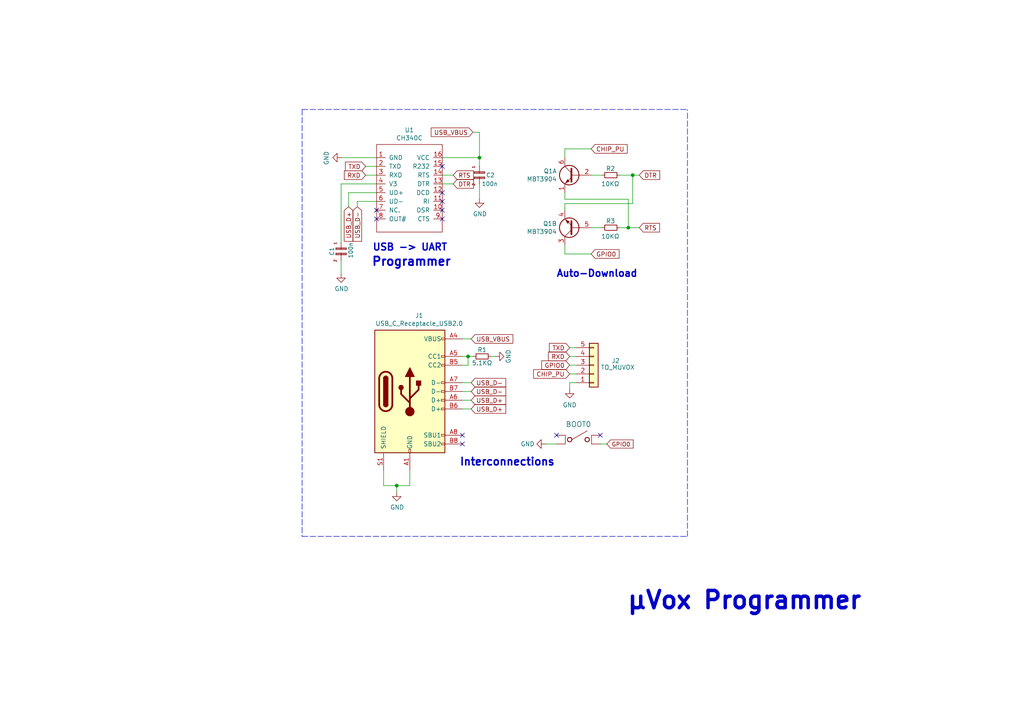
<source format=kicad_sch>
(kicad_sch (version 20211123) (generator eeschema)
  (paper "A4")
  (lib_symbols
    (symbol "Connector:USB_C_Receptacle_USB2.0" (pin_names (offset 1.016))
      (property "Reference" "J" (at -10.16 19.05 0))
      (property "Value" "USB_C_Receptacle_USB2.0" (at 19.05 19.05 0))
      (symbol "USB_C_Receptacle_USB2.0_0_0"
        (rectangle (start -0.254 -17.78) (end 0.254 -16.764))
        (rectangle (start 10.16 -14.986) (end 9.144 -15.494))
        (rectangle (start 10.16 -12.446) (end 9.144 -12.954))
        (rectangle (start 10.16 -4.826) (end 9.144 -5.334))
        (rectangle (start 10.16 -2.286) (end 9.144 -2.794))
        (rectangle (start 10.16 0.254) (end 9.144 -0.254))
        (rectangle (start 10.16 2.794) (end 9.144 2.286))
        (rectangle (start 10.16 7.874) (end 9.144 7.366))
        (rectangle (start 10.16 10.414) (end 9.144 9.906))
        (rectangle (start 10.16 15.494) (end 9.144 14.986))
      )
      (symbol "USB_C_Receptacle_USB2.0_0_1"
        (rectangle (start -10.16 17.78) (end 10.16 -17.78) (stroke (width 0.254)) (fill (type background)))
        (arc (start -8.89 -3.81) (mid -6.985 -5.715) (end -5.08 -3.81) (stroke (width 0.508)))
        (arc (start -7.62 -3.81) (mid -6.985 -4.445) (end -6.35 -3.81) (stroke (width 0.254)))
        (arc (start -7.62 -3.81) (mid -6.985 -4.445) (end -6.35 -3.81) (stroke (width 0.254)) (fill (type outline)))
        (rectangle (start -7.62 -3.81) (end -6.35 3.81) (stroke (width 0.254)) (fill (type outline)))
        (arc (start -6.35 3.81) (mid -6.985 4.445) (end -7.62 3.81) (stroke (width 0.254)))
        (arc (start -6.35 3.81) (mid -6.985 4.445) (end -7.62 3.81) (stroke (width 0.254)) (fill (type outline)))
        (arc (start -5.08 3.81) (mid -6.985 5.715) (end -8.89 3.81) (stroke (width 0.508)))
        (circle (center -2.54 1.143) (radius 0.635) (stroke (width 0.254)) (fill (type outline)))
        (circle (center 0 -5.842) (radius 1.27) (fill (type outline)))
        (polyline (pts (xy -8.89 -3.81) (xy -8.89 3.81)) (stroke (width 0.508)))
        (polyline (pts (xy -5.08 3.81) (xy -5.08 -3.81)) (stroke (width 0.508)))
        (polyline (pts (xy 0 -5.842) (xy 0 4.318)) (stroke (width 0.508)))
        (polyline (pts (xy 0 -3.302) (xy -2.54 -0.762) (xy -2.54 0.508)) (stroke (width 0.508)))
        (polyline (pts (xy 0 -2.032) (xy 2.54 0.508) (xy 2.54 1.778)) (stroke (width 0.508)))
        (polyline (pts (xy -1.27 4.318) (xy 0 6.858) (xy 1.27 4.318) (xy -1.27 4.318)) (stroke (width 0.254)) (fill (type outline)))
        (rectangle (start 1.905 1.778) (end 3.175 3.048) (stroke (width 0.254)) (fill (type outline)))
      )
      (symbol "USB_C_Receptacle_USB2.0_1_1"
        (pin passive line (at 0 -22.86 90) (length 5.08) (name "GND") (number "A1"))
        (pin passive line (at 0 -22.86 90) (length 5.08) hide (name "GND") (number "A12"))
        (pin passive line (at 15.24 15.24 180) (length 5.08) (name "VBUS") (number "A4"))
        (pin bidirectional line (at 15.24 10.16 180) (length 5.08) (name "CC1") (number "A5"))
        (pin bidirectional line (at 15.24 -2.54 180) (length 5.08) (name "D+") (number "A6"))
        (pin bidirectional line (at 15.24 2.54 180) (length 5.08) (name "D-") (number "A7"))
        (pin bidirectional line (at 15.24 -12.7 180) (length 5.08) (name "SBU1") (number "A8"))
        (pin passive line (at 15.24 15.24 180) (length 5.08) hide (name "VBUS") (number "A9"))
        (pin passive line (at 0 -22.86 90) (length 5.08) hide (name "GND") (number "B1"))
        (pin passive line (at 0 -22.86 90) (length 5.08) hide (name "GND") (number "B12"))
        (pin passive line (at 15.24 15.24 180) (length 5.08) hide (name "VBUS") (number "B4"))
        (pin bidirectional line (at 15.24 7.62 180) (length 5.08) (name "CC2") (number "B5"))
        (pin bidirectional line (at 15.24 -5.08 180) (length 5.08) (name "D+") (number "B6"))
        (pin bidirectional line (at 15.24 0 180) (length 5.08) (name "D-") (number "B7"))
        (pin bidirectional line (at 15.24 -15.24 180) (length 5.08) (name "SBU2") (number "B8"))
        (pin passive line (at 15.24 15.24 180) (length 5.08) hide (name "VBUS") (number "B9"))
        (pin passive line (at -7.62 -22.86 90) (length 5.08) (name "SHIELD") (number "S1"))
      )
    )
    (symbol "Connector_Generic:Conn_01x05" (pin_names (offset 1.016) hide)
      (property "Reference" "J" (at 0 7.62 0))
      (property "Value" "Conn_01x05" (at 0 -7.62 0))
      (symbol "Conn_01x05_1_1"
        (rectangle (start -1.27 -4.953) (end 0 -5.207) (stroke (width 0.1524)))
        (rectangle (start -1.27 -2.413) (end 0 -2.667) (stroke (width 0.1524)))
        (rectangle (start -1.27 0.127) (end 0 -0.127) (stroke (width 0.1524)))
        (rectangle (start -1.27 2.667) (end 0 2.413) (stroke (width 0.1524)))
        (rectangle (start -1.27 5.207) (end 0 4.953) (stroke (width 0.1524)))
        (rectangle (start -1.27 6.35) (end 1.27 -6.35) (stroke (width 0.254)) (fill (type background)))
        (pin passive line (at -5.08 5.08 0) (length 3.81) (name "Pin_1") (number "1"))
        (pin passive line (at -5.08 2.54 0) (length 3.81) (name "Pin_2") (number "2"))
        (pin passive line (at -5.08 0 0) (length 3.81) (name "Pin_3") (number "3"))
        (pin passive line (at -5.08 -2.54 0) (length 3.81) (name "Pin_4") (number "4"))
        (pin passive line (at -5.08 -5.08 0) (length 3.81) (name "Pin_5") (number "5"))
      )
    )
    (symbol "Device:R_Small" (pin_numbers hide) (pin_names (offset 0.254) hide)
      (property "Reference" "R" (at 0.762 0.508 0))
      (property "Value" "R_Small" (at 0.762 -1.016 0))
      (symbol "R_Small_0_1"
        (rectangle (start -0.762 1.778) (end 0.762 -1.778) (stroke (width 0.2032)))
      )
      (symbol "R_Small_1_1"
        (pin passive line (at 0 2.54 270) (length 0.762) (name "~") (number "1"))
        (pin passive line (at 0 -2.54 90) (length 0.762) (name "~") (number "2"))
      )
    )
    (symbol "MOUSAIV1.0-rescue:CAP_SMD_0603-PdB_PCB-eagle-import" (pin_names (offset 1.016))
      (property "Reference" "C" (at -5.08 3.175 0))
      (property "Value" "CAP_SMD_0603-PdB_PCB-eagle-import" (at -7.2898 -4.064 0))
      (symbol "CAP_SMD_0603-PdB_PCB-eagle-import_1_0"
        (polyline (pts (xy -2.54 0) (xy -0.508 0)))
        (polyline (pts (xy -1.016 -1.524) (xy -0.762 -1.524)))
        (polyline (pts (xy -1.016 1.524) (xy -1.016 -1.524)))
        (polyline (pts (xy -0.762 -1.524) (xy -0.762 1.524)))
        (polyline (pts (xy -0.762 -1.524) (xy -0.508 -1.524)))
        (polyline (pts (xy -0.762 1.524) (xy -1.016 1.524)))
        (polyline (pts (xy -0.508 1.524) (xy -0.762 1.524)))
        (polyline (pts (xy -0.508 1.524) (xy -0.508 -1.524)))
        (polyline (pts (xy 0.508 -1.524) (xy 0.762 -1.524)))
        (polyline (pts (xy 0.508 0) (xy 0.508 -1.524)))
        (polyline (pts (xy 0.508 1.524) (xy 0.508 0)))
        (polyline (pts (xy 0.762 -1.524) (xy 1.016 -1.524)))
        (polyline (pts (xy 0.762 1.524) (xy 0.508 1.524)))
        (polyline (pts (xy 0.762 1.524) (xy 0.762 -1.524)))
        (polyline (pts (xy 1.016 -1.524) (xy 1.016 1.524)))
        (polyline (pts (xy 1.016 1.524) (xy 0.762 1.524)))
        (polyline (pts (xy 2.54 0) (xy 0.508 0)))
        (text "1" (at -2.794 -1.27 0) (effects (font (size 0.7112 0.7112)) (justify left bottom)))
        (text "2" (at 2.286 -1.27 0) (effects (font (size 0.7112 0.7112)) (justify left bottom)))
        (pin passive line (at -2.54 0 0) (length 0) (name "1") (number "1"))
        (pin passive line (at 2.54 0 180) (length 0) (name "2") (number "2"))
      )
    )
    (symbol "MOUSAIV1.0-rescue:CH340C-PdB_PCB-eagle-import" (pin_names (offset 1.016))
      (property "Reference" "U" (at 0 12.7 0))
      (property "Value" "CH340C-PdB_PCB-eagle-import" (at 0 10.16 0))
      (symbol "CH340C-PdB_PCB-eagle-import_0_1"
        (rectangle (start -10.16 8.89) (end 8.89 -16.51))
      )
      (symbol "CH340C-PdB_PCB-eagle-import_1_1"
        (pin passive line (at -10.16 5.08 0) (length 2.54) (name "GND") (number "1"))
        (pin bidirectional line (at 8.89 -10.16 180) (length 2.54) (name "DSR") (number "10"))
        (pin bidirectional line (at 8.89 -7.62 180) (length 2.54) (name "RI") (number "11"))
        (pin bidirectional line (at 8.89 -5.08 180) (length 2.54) (name "DCD") (number "12"))
        (pin bidirectional line (at 8.89 -2.54 180) (length 2.54) (name "DTR") (number "13"))
        (pin bidirectional line (at 8.89 0 180) (length 2.54) (name "RTS") (number "14"))
        (pin bidirectional line (at 8.89 2.54 180) (length 2.54) (name "R232") (number "15"))
        (pin power_in line (at 8.89 5.08 180) (length 2.54) (name "VCC") (number "16"))
        (pin output line (at -10.16 2.54 0) (length 2.54) (name "TXD") (number "2"))
        (pin input line (at -10.16 0 0) (length 2.54) (name "RXD") (number "3"))
        (pin passive line (at -10.16 -2.54 0) (length 2.54) (name "V3") (number "4"))
        (pin bidirectional line (at -10.16 -5.08 0) (length 2.54) (name "UD+") (number "5"))
        (pin bidirectional line (at -10.16 -7.62 0) (length 2.54) (name "UD-") (number "6"))
        (pin no_connect line (at -10.16 -10.16 0) (length 2.54) (name "NC.") (number "7"))
        (pin output line (at -10.16 -12.7 0) (length 2.54) (name "OUT#") (number "8"))
        (pin bidirectional line (at 8.89 -12.7 180) (length 2.54) (name "CTS") (number "9"))
      )
    )
    (symbol "MOUSAIV1.0-rescue:SMD_SWITCH-PdB_PCB-eagle-import" (pin_names (offset 1.016))
      (property "Reference" "SW" (at -10.16 7.62 0))
      (symbol "SMD_SWITCH-PdB_PCB-eagle-import_1_0"
        (circle (center -8.89 3.81) (radius 0.635) (stroke (width 0.254)))
        (circle (center -3.81 3.81) (radius 0.635) (stroke (width 0.254)))
        (polyline (pts (xy -10.16 2.54) (xy -10.16 5.08)))
        (polyline (pts (xy -8.255 3.81) (xy -3.81 6.35)))
        (polyline (pts (xy -2.54 2.54) (xy -2.54 5.08)))
        (pin bidirectional line (at -12.7 5.08 0) (length 2.54) (name "1") (number "1"))
        (pin bidirectional line (at -12.7 2.54 0) (length 2.54) (name "2") (number "2"))
        (pin bidirectional line (at 0 2.54 180) (length 2.54) (name "3") (number "3"))
        (pin bidirectional line (at 0 5.08 180) (length 2.54) (name "4") (number "4"))
      )
    )
    (symbol "Transistor_BJT:MBT3904DW1" (pin_names (offset 0) hide)
      (property "Reference" "Q" (at 5.08 1.27 0))
      (property "Value" "MBT3904DW1" (at 5.08 -1.27 0))
      (symbol "MBT3904DW1_0_1"
        (polyline (pts (xy 0.635 0) (xy -2.54 0)))
        (polyline (pts (xy 0.635 0.635) (xy 2.54 2.54)))
        (polyline (pts (xy 0.635 -0.635) (xy 2.54 -2.54) (xy 2.54 -2.54)))
        (polyline (pts (xy 0.635 1.905) (xy 0.635 -1.905) (xy 0.635 -1.905)) (stroke (width 0.508)))
        (polyline (pts (xy 1.27 -1.778) (xy 1.778 -1.27) (xy 2.286 -2.286) (xy 1.27 -1.778) (xy 1.27 -1.778)) (fill (type outline)))
        (circle (center 1.27 0) (radius 2.8194) (stroke (width 0.254)))
      )
      (symbol "MBT3904DW1_1_1"
        (pin passive line (at 2.54 -5.08 90) (length 2.54) (name "E1") (number "1"))
        (pin input line (at -5.08 0 0) (length 2.54) (name "B1") (number "2"))
        (pin passive line (at 2.54 5.08 270) (length 2.54) (name "C1") (number "6"))
      )
      (symbol "MBT3904DW1_2_1"
        (pin passive line (at 2.54 5.08 270) (length 2.54) (name "C2") (number "3"))
        (pin passive line (at 2.54 -5.08 90) (length 2.54) (name "E2") (number "4"))
        (pin input line (at -5.08 0 0) (length 2.54) (name "B2") (number "5"))
      )
    )
    (symbol "power:GND" (power) (pin_names (offset 0))
      (property "Value" "GND" (at 0 -3.81 0))
      (symbol "GND_0_1"
        (polyline (pts (xy 0 0) (xy 0 -1.27) (xy 1.27 -1.27) (xy 0 -2.54) (xy -1.27 -1.27) (xy 0 -1.27)))
      )
      (symbol "GND_1_1"
        (pin power_in line (at 0 0 270) (length 0) hide (name "GND") (number "1"))
      )
    )
  )
  (junction (at 135.763 103.378))
  (junction (at 182.245 66.04))
  (junction (at 115.062 140.843))
  (junction (at 183.515 50.8))
  (junction (at 139.065 45.72))
  (no_connect (at 128.27 58.42))
  (no_connect (at 128.27 48.26))
  (no_connect (at 109.22 63.5))
  (no_connect (at 109.22 60.96))
  (no_connect (at 134.112 128.778))
  (no_connect (at 134.112 126.238))
  (no_connect (at 128.27 60.96))
  (no_connect (at 174.117 126.238))
  (no_connect (at 128.27 55.88))
  (no_connect (at 161.417 126.238))
  (no_connect (at 128.27 63.5))
  (wire (pts (xy 163.83 43.18) (xy 171.45 43.18)))
  (wire (pts (xy 135.763 103.378) (xy 137.287 103.378)))
  (wire (pts (xy 163.83 55.88) (xy 163.83 57.785)))
  (wire (pts (xy 118.872 140.843) (xy 118.872 136.398)))
  (wire (pts (xy 98.933 53.34) (xy 98.933 70.358)))
  (wire (pts (xy 101.092 55.88) (xy 109.22 55.88)))
  (wire (pts (xy 111.252 140.843) (xy 115.062 140.843)))
  (wire (pts (xy 101.092 55.88) (xy 101.092 59.944)))
  (wire (pts (xy 99.06 45.72) (xy 109.22 45.72)))
  (wire (pts (xy 98.933 75.438) (xy 98.933 79.375)))
  (wire (pts (xy 115.062 140.843) (xy 115.062 142.748)))
  (wire (pts (xy 182.245 66.04) (xy 179.705 66.04)))
  (wire (pts (xy 134.112 105.918) (xy 135.763 105.918)))
  (polyline (pts (xy 87.63 155.575) (xy 199.39 155.575)))
  (wire (pts (xy 134.112 110.998) (xy 136.652 110.998)))
  (wire (pts (xy 163.83 71.12) (xy 163.83 73.66)))
  (wire (pts (xy 183.515 50.8) (xy 185.42 50.8)))
  (wire (pts (xy 165.227 100.838) (xy 167.132 100.838)))
  (wire (pts (xy 163.83 60.96) (xy 163.83 59.055)))
  (wire (pts (xy 165.227 105.918) (xy 167.132 105.918)))
  (wire (pts (xy 115.062 140.843) (xy 118.872 140.843)))
  (wire (pts (xy 128.27 53.34) (xy 131.445 53.34)))
  (wire (pts (xy 183.515 59.055) (xy 183.515 50.8)))
  (wire (pts (xy 174.117 128.778) (xy 176.022 128.778)))
  (wire (pts (xy 109.22 50.8) (xy 106.045 50.8)))
  (wire (pts (xy 134.112 98.298) (xy 136.652 98.298)))
  (wire (pts (xy 139.065 45.72) (xy 128.27 45.72)))
  (wire (pts (xy 139.065 38.354) (xy 139.065 45.72)))
  (wire (pts (xy 98.933 53.34) (xy 109.22 53.34)))
  (wire (pts (xy 103.632 58.42) (xy 109.22 58.42)))
  (wire (pts (xy 163.83 59.055) (xy 183.515 59.055)))
  (wire (pts (xy 174.625 66.04) (xy 171.45 66.04)))
  (wire (pts (xy 165.227 103.378) (xy 167.132 103.378)))
  (wire (pts (xy 182.245 66.04) (xy 185.42 66.04)))
  (wire (pts (xy 165.227 108.458) (xy 167.132 108.458)))
  (wire (pts (xy 163.83 45.72) (xy 163.83 43.18)))
  (polyline (pts (xy 87.63 31.75) (xy 87.63 155.575)))
  (wire (pts (xy 158.242 128.778) (xy 161.417 128.778)))
  (wire (pts (xy 134.112 113.538) (xy 136.652 113.538)))
  (wire (pts (xy 182.245 57.785) (xy 182.245 66.04)))
  (wire (pts (xy 134.112 116.078) (xy 136.652 116.078)))
  (wire (pts (xy 128.27 50.8) (xy 131.445 50.8)))
  (wire (pts (xy 167.132 110.998) (xy 165.227 110.998)))
  (wire (pts (xy 183.515 50.8) (xy 179.705 50.8)))
  (wire (pts (xy 142.367 103.378) (xy 143.637 103.378)))
  (wire (pts (xy 137.16 38.354) (xy 139.065 38.354)))
  (wire (pts (xy 109.22 48.26) (xy 106.045 48.26)))
  (wire (pts (xy 139.065 45.72) (xy 139.065 48.26)))
  (wire (pts (xy 171.45 50.8) (xy 174.625 50.8)))
  (wire (pts (xy 139.065 53.34) (xy 139.065 57.658)))
  (wire (pts (xy 165.227 110.998) (xy 165.227 112.903)))
  (polyline (pts (xy 87.63 31.75) (xy 199.39 31.75)))
  (wire (pts (xy 103.632 58.42) (xy 103.632 59.944)))
  (wire (pts (xy 163.83 73.66) (xy 171.45 73.66)))
  (wire (pts (xy 134.112 118.618) (xy 136.652 118.618)))
  (wire (pts (xy 163.83 57.785) (xy 182.245 57.785)))
  (wire (pts (xy 135.763 105.918) (xy 135.763 103.378)))
  (polyline (pts (xy 199.39 155.575) (xy 199.39 31.75)))
  (wire (pts (xy 111.252 136.398) (xy 111.252 140.843)))
  (wire (pts (xy 134.112 103.378) (xy 135.763 103.378)))
  (text "Interconnections" (at 133.223 135.382 0) (effects (font (size 2.2 2.2) (thickness 0.44) bold) (justify left bottom)))
  (text "USB -> UART\n" (at 107.95 73.025 0) (effects (font (size 2.0066 2.0066) (thickness 0.4013) bold) (justify left bottom)))
  (text "µVox Programmer" (at 181.61 177.165 0) (effects (font (size 5 5) (thickness 1) bold) (justify left bottom)))
  (text "Auto-Download" (at 161.29 80.645 0) (effects (font (size 2.0066 2.0066) (thickness 0.4013) bold) (justify left bottom)))
  (text "Programmer" (at 107.696 77.47 0) (effects (font (size 2.4892 2.4892) (thickness 0.4978) bold) (justify left bottom)))
  (global_label "GPIO0" (shape input) (at 165.227 105.918 180) (property "Intersheet References" "${INTERSHEET_REFS}" (effects hide)))
  (global_label "USB_D+" (shape input) (at 136.652 118.618 0) (property "Intersheet References" "${INTERSHEET_REFS}" (effects hide)))
  (global_label "DTR" (shape input) (at 185.42 50.8 0) (property "Intersheet References" "${INTERSHEET_REFS}" (effects hide)))
  (global_label "GPIO0" (shape input) (at 176.022 128.778 0) (effects (font (size 1.1938 1.1938))) (property "Intersheet References" "${INTERSHEET_REFS}" (effects hide)))
  (global_label "RXD" (shape input) (at 106.045 50.8 180) (property "Intersheet References" "${INTERSHEET_REFS}" (effects hide)))
  (global_label "RTS" (shape input) (at 131.445 50.8 0) (property "Intersheet References" "${INTERSHEET_REFS}" (effects hide)))
  (global_label "USB_D-" (shape input) (at 136.652 113.538 0) (property "Intersheet References" "${INTERSHEET_REFS}" (effects hide)))
  (global_label "DTR" (shape input) (at 131.445 53.34 0) (property "Intersheet References" "${INTERSHEET_REFS}" (effects hide)))
  (global_label "TXD" (shape input) (at 106.045 48.26 180) (property "Intersheet References" "${INTERSHEET_REFS}" (effects hide)))
  (global_label "USB_D+" (shape input) (at 136.652 116.078 0) (property "Intersheet References" "${INTERSHEET_REFS}" (effects hide)))
  (global_label "CHIP_PU" (shape input) (at 165.227 108.458 180) (property "Intersheet References" "${INTERSHEET_REFS}" (effects hide)))
  (global_label "USB_VBUS" (shape input) (at 136.652 98.298 0) (property "Intersheet References" "${INTERSHEET_REFS}" (effects hide)))
  (global_label "RTS" (shape input) (at 185.42 66.04 0) (property "Intersheet References" "${INTERSHEET_REFS}" (effects hide)))
  (global_label "TXD" (shape input) (at 165.227 100.838 180) (property "Intersheet References" "${INTERSHEET_REFS}" (effects hide)))
  (global_label "RXD" (shape input) (at 165.227 103.378 180) (property "Intersheet References" "${INTERSHEET_REFS}" (effects hide)))
  (global_label "USB_D+" (shape input) (at 101.092 59.944 270) (property "Intersheet References" "${INTERSHEET_REFS}" (effects hide)))
  (global_label "GPIO0" (shape input) (at 171.45 73.66 0) (property "Intersheet References" "${INTERSHEET_REFS}" (effects hide)))
  (global_label "USB_D-" (shape input) (at 136.652 110.998 0) (property "Intersheet References" "${INTERSHEET_REFS}" (effects hide)))
  (global_label "CHIP_PU" (shape input) (at 171.45 43.18 0) (property "Intersheet References" "${INTERSHEET_REFS}" (effects hide)))
  (global_label "USB_D-" (shape input) (at 103.632 59.944 270) (property "Intersheet References" "${INTERSHEET_REFS}" (effects hide)))
  (global_label "USB_VBUS" (shape input) (at 137.16 38.354 180) (property "Intersheet References" "${INTERSHEET_REFS}" (effects hide)))
  (symbol (lib_id "Transistor_BJT:MBT3904DW1") (at 166.37 50.8 0) (mirror y) (unit 1)
    (property "Reference" "Q1" (at 161.5186 49.6316 0) (effects (justify left)))
    (property "Value" "MBT3904" (at 161.5186 51.943 0) (effects (justify left)))
    (property "Footprint" "Package_TO_SOT_SMD:SOT-363_SC-70-6" (effects hide))
    (property "Datasheet" "http://www.onsemi.com/pub_link/Collateral/MBT3904DW1T1-D.PDF" (effects hide))
  )
  (symbol (lib_id "power:GND") (at 98.933 79.375 0) (unit 1)
    (property "Reference" "#PWR0101" (effects hide))
    (property "Value" "GND" (at 99.06 83.7692 0))
  )
  (symbol (lib_id "power:GND") (at 143.637 103.378 90) (unit 1)
    (property "Reference" "#PWR0103" (effects hide))
    (property "Value" "GND" (at 147.447 103.378 0))
  )
  (symbol (lib_id "Device:R_Small") (at 177.165 50.8 90) (unit 1)
    (property "Reference" "R2" (at 178.435 48.895 90) (effects (justify left)))
    (property "Value" "10KΩ" (at 179.705 53.34 90) (effects (justify left)))
    (property "Footprint" "Resistor_SMD:R_0603_1608Metric" (effects hide))
    (property "LCSC" "C25612" (effects hide))
  )
  (symbol (lib_id "MOUSAIV1.0-rescue:SMD_SWITCH-PdB_PCB-eagle-import") (at 174.117 131.318 0) (unit 1)
    (property "Reference" "BOOT0" (at 167.767 123.063 0) (effects (font (size 1.4986 1.4986))))
    (property "Value" "SMD_SWITCH" (effects hide))
    (property "Footprint" "Lib:SMD_SWITCH_SPST_C318801" (effects hide))
    (property "LCSC" "C318801" (effects hide))
  )
  (symbol (lib_id "power:GND") (at 115.062 142.748 0) (unit 1)
    (property "Reference" "#PWR0102" (effects hide))
    (property "Value" "GND" (at 115.189 147.1422 0))
  )
  (symbol (lib_id "power:GND") (at 165.227 112.903 0) (unit 1)
    (property "Reference" "#PWR0104" (effects hide))
    (property "Value" "GND" (at 165.227 117.4655 0))
  )
  (symbol (lib_id "Connector:USB_C_Receptacle_USB2.0") (at 118.872 113.538 0) (unit 1)
    (property "Reference" "J1" (at 121.5898 91.5162 0))
    (property "Value" "USB_C_Receptacle_USB2.0" (at 121.5898 93.8276 0))
    (property "Footprint" "Connector_USB:USB_C_Receptacle_GCT_USB4085" (effects hide))
    (property "Datasheet" "https://www.usb.org/sites/default/files/documents/usb_type-c.zip" (effects hide))
  )
  (symbol (lib_id "power:GND") (at 99.06 45.72 270) (unit 1)
    (property "Reference" "#PWR0106" (effects hide))
    (property "Value" "GND" (at 94.6658 45.847 0))
  )
  (symbol (lib_id "Device:R_Small") (at 139.827 103.378 270) (unit 1)
    (property "Reference" "R1" (at 139.827 101.473 90))
    (property "Value" "5.1KΩ" (at 139.827 105.283 90))
    (property "Footprint" "Resistor_SMD:R_0603_1608Metric" (effects hide))
    (property "LCSC" "C113390" (effects hide))
  )
  (symbol (lib_id "MOUSAIV1.0-rescue:CAP_SMD_0603-PdB_PCB-eagle-import") (at 139.065 50.8 270) (unit 1)
    (property "Reference" "C2" (at 140.97 50.8 90) (effects (font (size 1.1938 1.1938)) (justify left)))
    (property "Value" "100n" (at 139.7 53.34 90) (effects (font (size 1.1938 1.1938)) (justify left)))
    (property "Footprint" "Capacitor_SMD:C_0603_1608Metric" (effects hide))
    (property "LCSC" "C30926" (effects hide))
  )
  (symbol (lib_id "MOUSAIV1.0-rescue:CAP_SMD_0603-PdB_PCB-eagle-import") (at 98.933 72.898 270) (unit 1)
    (property "Reference" "C1" (at 96.266 71.628 0) (effects (font (size 1.1938 1.1938)) (justify left)))
    (property "Value" "100n" (at 101.727 70.231 0) (effects (font (size 1.1938 1.1938)) (justify left)))
    (property "Footprint" "Capacitor_SMD:C_0603_1608Metric" (effects hide))
    (property "LCSC" "C30926" (effects hide))
  )
  (symbol (lib_id "Transistor_BJT:MBT3904DW1") (at 166.37 66.04 180) (unit 2)
    (property "Reference" "Q1" (at 161.5186 64.8716 0) (effects (justify left)))
    (property "Value" "MBT3904" (at 161.5186 67.183 0) (effects (justify left)))
    (property "Footprint" "Package_TO_SOT_SMD:SOT-363_SC-70-6" (effects hide))
    (property "Datasheet" "http://www.onsemi.com/pub_link/Collateral/MBT3904DW1T1-D.PDF" (effects hide))
  )
  (symbol (lib_id "MOUSAIV1.0-rescue:CH340C-PdB_PCB-eagle-import") (at 119.38 50.8 0) (unit 1)
    (property "Reference" "U1" (at 118.745 37.719 0))
    (property "Value" "CH340C" (at 118.745 40.0304 0))
    (property "Footprint" "Package_SO:SOP-16_4.55x10.3mm_P1.27mm" (effects hide))
    (property "Datasheet" "https://datasheet.lcsc.com/szlcsc/2008191806_WCH-Jiangsu-Qin-Heng-CH340C_C84681.pdf" (effects hide))
    (property "LCSC" "C84681" (effects hide))
  )
  (symbol (lib_id "power:GND") (at 158.242 128.778 270) (unit 1)
    (property "Reference" "#PWR0107" (effects hide))
    (property "Value" "GND" (at 155.067 128.778 90) (effects (justify right)))
  )
  (symbol (lib_id "power:GND") (at 139.065 57.658 0) (unit 1)
    (property "Reference" "#PWR0105" (effects hide))
    (property "Value" "GND" (at 139.192 62.0522 0))
  )
  (symbol (lib_id "Device:R_Small") (at 177.165 66.04 90) (unit 1)
    (property "Reference" "R3" (at 178.435 64.135 90) (effects (justify left)))
    (property "Value" "10KΩ" (at 179.705 68.58 90) (effects (justify left)))
    (property "Footprint" "Resistor_SMD:R_0603_1608Metric" (effects hide))
    (property "LCSC" "C25612" (effects hide))
  )
  (symbol (lib_id "Connector_Generic:Conn_01x05") (at 172.212 105.918 0) (mirror x) (unit 1)
    (property "Reference" "J2" (at 178.562 104.648 0))
    (property "Value" "TO_MUVOX" (at 179.197 106.553 0))
    (property "Footprint" "Connector_PinHeader_2.54mm:PinHeader_1x05_P2.54mm_Horizontal" (effects hide))
    (property "LCSC" "C35167" (effects hide))
  )
)
</source>
